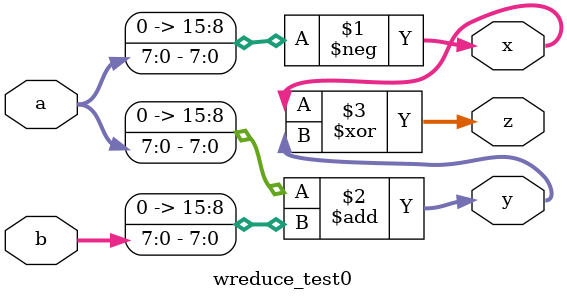
<source format=sv>
module wreduce_test0(input [7:0] a, b, output [15:0] x, y, z);
  assign x = -$signed({1'b0, a});
  assign y = $signed({1'b0, a}) + $signed({1'b0, b});
  assign z = x ^ y;
endmodule
</source>
